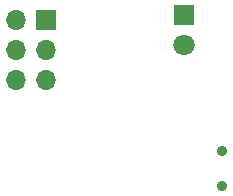
<source format=gts>
%TF.GenerationSoftware,KiCad,Pcbnew,(7.0.0-0)*%
%TF.CreationDate,2023-07-17T23:24:17-05:00*%
%TF.ProjectId,crew-SAO,63726577-2d53-4414-9f2e-6b696361645f,rev?*%
%TF.SameCoordinates,Original*%
%TF.FileFunction,Soldermask,Top*%
%TF.FilePolarity,Negative*%
%FSLAX46Y46*%
G04 Gerber Fmt 4.6, Leading zero omitted, Abs format (unit mm)*
G04 Created by KiCad (PCBNEW (7.0.0-0)) date 2023-07-17 23:24:17*
%MOMM*%
%LPD*%
G01*
G04 APERTURE LIST*
%ADD10R,1.800000X1.800000*%
%ADD11C,1.800000*%
%ADD12R,1.700000X1.700000*%
%ADD13O,1.700000X1.700000*%
%ADD14C,0.900000*%
G04 APERTURE END LIST*
D10*
X60399999Y-64849999D03*
D11*
X60400000Y-67390000D03*
D12*
X48649999Y-65249999D03*
D13*
X46109999Y-65249999D03*
X48649999Y-67789999D03*
X46109999Y-67789999D03*
X48649999Y-70329999D03*
X46109999Y-70329999D03*
D14*
X63600000Y-76300000D03*
X63600000Y-79300000D03*
M02*

</source>
